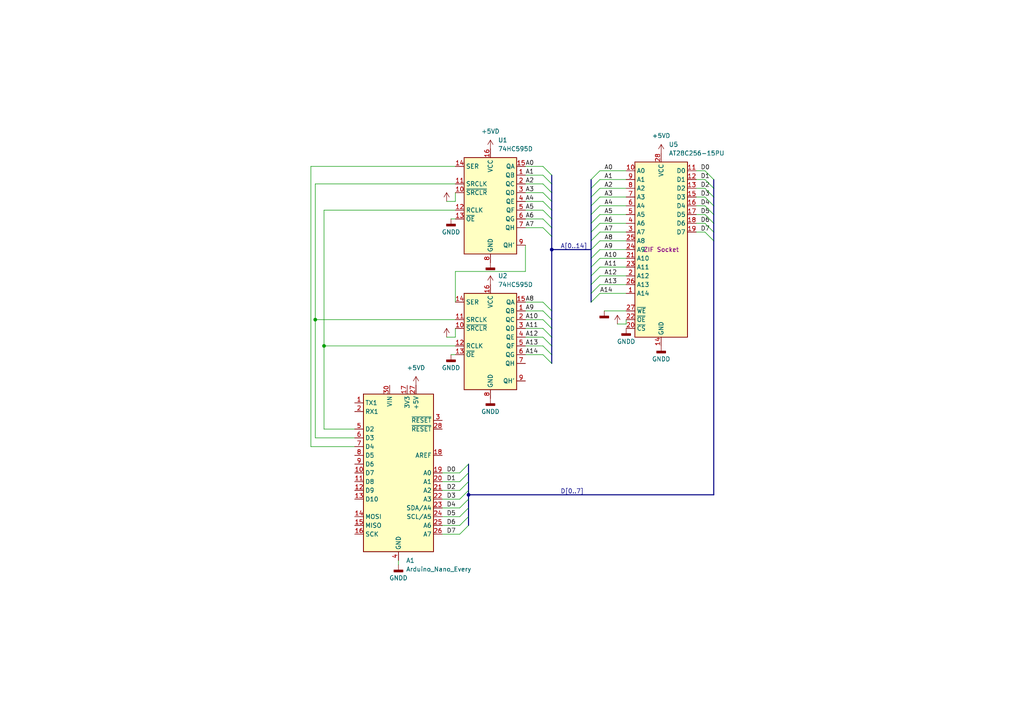
<source format=kicad_sch>
(kicad_sch (version 20230121) (generator eeschema)
  (paper "A4")
  (title_block (title "Erinnerlichkeit") (date "2024-04-22") (rev "0.0.3") (company "Entropia e.V.") (comment 1 "@proliecan@chaos.social") (comment 2 "Made by Proliecan."))
  (lib_symbols
    (symbol "74xx:74HC595"
      (property "Reference" "U" (at -7.62 13.97 0))
      (property "Value" "74HC595" (at -7.62 -16.51 0))
      (symbol "74HC595_1_0"
        (pin tri_state line (at 10.16 7.62 180) (length 2.54) (name "QB") (number "1"))
        (pin input line (at -10.16 2.54 0) (length 2.54) (name "~{SRCLR}") (number "10"))
        (pin input line (at -10.16 5.08 0) (length 2.54) (name "SRCLK") (number "11"))
        (pin input line (at -10.16 -2.54 0) (length 2.54) (name "RCLK") (number "12"))
        (pin input line (at -10.16 -5.08 0) (length 2.54) (name "~{OE}") (number "13"))
        (pin input line (at -10.16 10.16 0) (length 2.54) (name "SER") (number "14"))
        (pin tri_state line (at 10.16 10.16 180) (length 2.54) (name "QA") (number "15"))
        (pin power_in line (at 0 15.24 270) (length 2.54) (name "VCC") (number "16"))
        (pin tri_state line (at 10.16 5.08 180) (length 2.54) (name "QC") (number "2"))
        (pin tri_state line (at 10.16 2.54 180) (length 2.54) (name "QD") (number "3"))
        (pin tri_state line (at 10.16 0 180) (length 2.54) (name "QE") (number "4"))
        (pin tri_state line (at 10.16 -2.54 180) (length 2.54) (name "QF") (number "5"))
        (pin tri_state line (at 10.16 -5.08 180) (length 2.54) (name "QG") (number "6"))
        (pin tri_state line (at 10.16 -7.62 180) (length 2.54) (name "QH") (number "7"))
        (pin power_in line (at 0 -17.78 90) (length 2.54) (name "GND") (number "8"))
        (pin output line (at 10.16 -12.7 180) (length 2.54) (name "QH'") (number "9"))
      )
      (symbol "74HC595_1_1"
        (rectangle (start -7.62 12.7) (end 7.62 -15.24) (stroke (width 0.254)) (fill (type background)))
      )
    )
    (symbol "Device:C" (pin_numbers hide) (pin_names (offset 0.254))
      (property "Reference" "C" (at 0.635 2.54 0))
      (property "Value" "C" (at 0.635 -2.54 0))
      (symbol "C_0_1"
        (polyline (pts (xy -2.032 -0.762) (xy 2.032 -0.762)) (stroke (width 0.508)))
        (polyline (pts (xy -2.032 0.762) (xy 2.032 0.762)) (stroke (width 0.508)))
      )
      (symbol "C_1_1"
        (pin passive line (at 0 3.81 270) (length 2.794) (name "~") (number "1"))
        (pin passive line (at 0 -3.81 90) (length 2.794) (name "~") (number "2"))
      )
    )
    (symbol "MCU_Module:Arduino_Nano_Every"
      (property "Reference" "A" (at -10.16 23.495 0))
      (property "Value" "Arduino_Nano_Every" (at 5.08 -24.13 0))
      (symbol "Arduino_Nano_Every_0_1"
        (rectangle (start -10.16 22.86) (end 10.16 -22.86) (stroke (width 0.254)) (fill (type background)))
      )
      (symbol "Arduino_Nano_Every_1_1"
        (pin bidirectional line (at -12.7 20.32 0) (length 2.54) (name "TX1") (number "1"))
        (pin bidirectional line (at -12.7 0 0) (length 2.54) (name "D7") (number "10"))
        (pin bidirectional line (at -12.7 -2.54 0) (length 2.54) (name "D8") (number "11"))
        (pin bidirectional line (at -12.7 -5.08 0) (length 2.54) (name "D9") (number "12"))
        (pin bidirectional line (at -12.7 -7.62 0) (length 2.54) (name "D10") (number "13"))
        (pin bidirectional line (at -12.7 -12.7 0) (length 2.54) (name "MOSI") (number "14"))
        (pin bidirectional line (at -12.7 -15.24 0) (length 2.54) (name "MISO") (number "15"))
        (pin bidirectional line (at -12.7 -17.78 0) (length 2.54) (name "SCK") (number "16"))
        (pin power_out line (at 2.54 25.4 270) (length 2.54) (name "3V3") (number "17"))
        (pin input line (at 12.7 5.08 180) (length 2.54) (name "AREF") (number "18"))
        (pin bidirectional line (at 12.7 0 180) (length 2.54) (name "A0") (number "19"))
        (pin bidirectional line (at -12.7 17.78 0) (length 2.54) (name "RX1") (number "2"))
        (pin bidirectional line (at 12.7 -2.54 180) (length 2.54) (name "A1") (number "20"))
        (pin bidirectional line (at 12.7 -5.08 180) (length 2.54) (name "A2") (number "21"))
        (pin bidirectional line (at 12.7 -7.62 180) (length 2.54) (name "A3") (number "22"))
        (pin bidirectional line (at 12.7 -10.16 180) (length 2.54) (name "SDA/A4") (number "23"))
        (pin bidirectional line (at 12.7 -12.7 180) (length 2.54) (name "SCL/A5") (number "24"))
        (pin bidirectional line (at 12.7 -15.24 180) (length 2.54) (name "A6") (number "25"))
        (pin bidirectional line (at 12.7 -17.78 180) (length 2.54) (name "A7") (number "26"))
        (pin power_out line (at 5.08 25.4 270) (length 2.54) (name "+5V") (number "27"))
        (pin input line (at 12.7 12.7 180) (length 2.54) (name "~{RESET}") (number "28"))
        (pin passive line (at 0 -25.4 90) (length 2.54) hide (name "GND") (number "29"))
        (pin input line (at 12.7 15.24 180) (length 2.54) (name "~{RESET}") (number "3"))
        (pin power_in line (at -2.54 25.4 270) (length 2.54) (name "VIN") (number "30"))
        (pin power_in line (at 0 -25.4 90) (length 2.54) (name "GND") (number "4"))
        (pin bidirectional line (at -12.7 12.7 0) (length 2.54) (name "D2") (number "5"))
        (pin bidirectional line (at -12.7 10.16 0) (length 2.54) (name "D3") (number "6"))
        (pin bidirectional line (at -12.7 7.62 0) (length 2.54) (name "D4") (number "7"))
        (pin bidirectional line (at -12.7 5.08 0) (length 2.54) (name "D5") (number "8"))
        (pin bidirectional line (at -12.7 2.54 0) (length 2.54) (name "D6") (number "9"))
      )
    )
    (symbol "Memory_EEPROM:28C256"
      (property "Reference" "U" (at -7.62 26.67 0))
      (property "Value" "28C256" (at 2.54 -26.67 0))
      (symbol "28C256_1_1"
        (rectangle (start -7.62 25.4) (end 7.62 -25.4) (stroke (width 0.254)) (fill (type background)))
        (pin input line (at -10.16 -12.7 0) (length 2.54) (name "A14") (number "1"))
        (pin input line (at -10.16 22.86 0) (length 2.54) (name "A0") (number "10"))
        (pin tri_state line (at 10.16 22.86 180) (length 2.54) (name "D0") (number "11"))
        (pin tri_state line (at 10.16 20.32 180) (length 2.54) (name "D1") (number "12"))
        (pin tri_state line (at 10.16 17.78 180) (length 2.54) (name "D2") (number "13"))
        (pin power_in line (at 0 -27.94 90) (length 2.54) (name "GND") (number "14"))
        (pin tri_state line (at 10.16 15.24 180) (length 2.54) (name "D3") (number "15"))
        (pin tri_state line (at 10.16 12.7 180) (length 2.54) (name "D4") (number "16"))
        (pin tri_state line (at 10.16 10.16 180) (length 2.54) (name "D5") (number "17"))
        (pin tri_state line (at 10.16 7.62 180) (length 2.54) (name "D6") (number "18"))
        (pin tri_state line (at 10.16 5.08 180) (length 2.54) (name "D7") (number "19"))
        (pin input line (at -10.16 -7.62 0) (length 2.54) (name "A12") (number "2"))
        (pin input line (at -10.16 -22.86 0) (length 2.54) (name "~{CS}") (number "20"))
        (pin input line (at -10.16 -2.54 0) (length 2.54) (name "A10") (number "21"))
        (pin input line (at -10.16 -20.32 0) (length 2.54) (name "~{OE}") (number "22"))
        (pin input line (at -10.16 -5.08 0) (length 2.54) (name "A11") (number "23"))
        (pin input line (at -10.16 0 0) (length 2.54) (name "A9") (number "24"))
        (pin input line (at -10.16 2.54 0) (length 2.54) (name "A8") (number "25"))
        (pin input line (at -10.16 -10.16 0) (length 2.54) (name "A13") (number "26"))
        (pin input line (at -10.16 -17.78 0) (length 2.54) (name "~{WE}") (number "27"))
        (pin power_in line (at 0 27.94 270) (length 2.54) (name "VCC") (number "28"))
        (pin input line (at -10.16 5.08 0) (length 2.54) (name "A7") (number "3"))
        (pin input line (at -10.16 7.62 0) (length 2.54) (name "A6") (number "4"))
        (pin input line (at -10.16 10.16 0) (length 2.54) (name "A5") (number "5"))
        (pin input line (at -10.16 12.7 0) (length 2.54) (name "A4") (number "6"))
        (pin input line (at -10.16 15.24 0) (length 2.54) (name "A3") (number "7"))
        (pin input line (at -10.16 17.78 0) (length 2.54) (name "A2") (number "8"))
        (pin input line (at -10.16 20.32 0) (length 2.54) (name "A1") (number "9"))
      )
    )
    (symbol "power:+5VD" (power) (pin_names (offset 0))
      (property "Value" "+5VD" (at 0 3.556 0))
      (symbol "+5VD_0_1"
        (polyline (pts (xy -0.762 1.27) (xy 0 2.54)))
        (polyline (pts (xy 0 0) (xy 0 2.54)))
        (polyline (pts (xy 0 2.54) (xy 0.762 1.27)))
      )
      (symbol "+5VD_1_1"
        (pin power_in line (at 0 0 90) (length 0) hide (name "+5VD") (number "1"))
      )
    )
    (symbol "power:GNDD" (power) (pin_names (offset 0))
      (property "Value" "GNDD" (at 0 -3.175 0))
      (symbol "GNDD_0_1"
        (rectangle (start -1.27 -1.524) (end 1.27 -2.032) (stroke (width 0.254)) (fill (type outline)))
        (polyline (pts (xy 0 0) (xy 0 -1.524)))
      )
      (symbol "GNDD_1_1"
        (pin power_in line (at 0 0 270) (length 0) hide (name "GNDD") (number "1"))
      )
    )
  )
  (junction (at 93.98 100.33))
  (junction (at 160.02 72.39))
  (junction (at 91.44 92.71))
  (junction (at 135.89 143.51))
  (bus_entry (at 207.01 54.61) (size -2.54 -2.54))
  (bus_entry (at 135.89 137.16) (size -2.54 2.54))
  (bus_entry (at 171.45 87.63) (size 2.54 -2.54))
  (bus_entry (at 171.45 59.69) (size 2.54 -2.54))
  (bus_entry (at 171.45 67.31) (size 2.54 -2.54))
  (bus_entry (at 171.45 77.47) (size 2.54 -2.54))
  (bus_entry (at 160.02 92.71) (size -2.54 -2.54))
  (bus_entry (at 135.89 152.4) (size -2.54 2.54))
  (bus_entry (at 135.89 147.32) (size -2.54 2.54))
  (bus_entry (at 160.02 102.87) (size -2.54 -2.54))
  (bus_entry (at 171.45 57.15) (size 2.54 -2.54))
  (bus_entry (at 207.01 59.69) (size -2.54 -2.54))
  (bus_entry (at 160.02 58.42) (size -2.54 -2.54))
  (bus_entry (at 135.89 139.7) (size -2.54 2.54))
  (bus_entry (at 207.01 64.77) (size -2.54 -2.54))
  (bus_entry (at 171.45 74.93) (size 2.54 -2.54))
  (bus_entry (at 207.01 57.15) (size -2.54 -2.54))
  (bus_entry (at 160.02 97.79) (size -2.54 -2.54))
  (bus_entry (at 135.89 144.78) (size -2.54 2.54))
  (bus_entry (at 171.45 54.61) (size 2.54 -2.54))
  (bus_entry (at 171.45 80.01) (size 2.54 -2.54))
  (bus_entry (at 171.45 82.55) (size 2.54 -2.54))
  (bus_entry (at 160.02 95.25) (size -2.54 -2.54))
  (bus_entry (at 160.02 68.58) (size -2.54 -2.54))
  (bus_entry (at 207.01 67.31) (size -2.54 -2.54))
  (bus_entry (at 160.02 55.88) (size -2.54 -2.54))
  (bus_entry (at 160.02 90.17) (size -2.54 -2.54))
  (bus_entry (at 135.89 134.62) (size -2.54 2.54))
  (bus_entry (at 135.89 149.86) (size -2.54 2.54))
  (bus_entry (at 207.01 69.85) (size -2.54 -2.54))
  (bus_entry (at 207.01 52.07) (size -2.54 -2.54))
  (bus_entry (at 171.45 69.85) (size 2.54 -2.54))
  (bus_entry (at 160.02 63.5) (size -2.54 -2.54))
  (bus_entry (at 171.45 85.09) (size 2.54 -2.54))
  (bus_entry (at 160.02 66.04) (size -2.54 -2.54))
  (bus_entry (at 171.45 62.23) (size 2.54 -2.54))
  (bus_entry (at 160.02 53.34) (size -2.54 -2.54))
  (bus_entry (at 160.02 105.41) (size -2.54 -2.54))
  (bus_entry (at 171.45 72.39) (size 2.54 -2.54))
  (bus_entry (at 171.45 52.07) (size 2.54 -2.54))
  (bus_entry (at 160.02 50.8) (size -2.54 -2.54))
  (bus_entry (at 160.02 100.33) (size -2.54 -2.54))
  (bus_entry (at 160.02 60.96) (size -2.54 -2.54))
  (bus_entry (at 135.89 142.24) (size -2.54 2.54))
  (bus_entry (at 171.45 64.77) (size 2.54 -2.54))
  (bus_entry (at 207.01 62.23) (size -2.54 -2.54))
  (wire (pts (xy 173.99 72.39) (xy 181.61 72.39)))
  (wire (pts (xy 201.93 52.07) (xy 204.47 52.07)))
  (wire (pts (xy 173.99 77.47) (xy 181.61 77.47)))
  (bus (pts (xy 171.45 74.93) (xy 171.45 77.47)))
  (bus (pts (xy 171.45 67.31) (xy 171.45 69.85)))
  (wire (pts (xy 90.17 129.54) (xy 102.87 129.54)))
  (bus (pts (xy 207.01 62.23) (xy 207.01 64.77)))
  (wire (pts (xy 129.54 97.79) (xy 132.08 97.79)))
  (bus (pts (xy 160.02 72.39) (xy 160.02 90.17)))
  (wire (pts (xy 91.44 92.71) (xy 91.44 127)))
  (wire (pts (xy 152.4 100.33) (xy 157.48 100.33)))
  (wire (pts (xy 173.99 74.93) (xy 181.61 74.93)))
  (wire (pts (xy 93.98 100.33) (xy 132.08 100.33)))
  (wire (pts (xy 152.4 48.26) (xy 157.48 48.26)))
  (wire (pts (xy 128.27 147.32) (xy 133.35 147.32)))
  (bus (pts (xy 135.89 147.32) (xy 135.89 149.86)))
  (bus (pts (xy 207.01 69.85) (xy 207.01 143.51)))
  (bus (pts (xy 207.01 54.61) (xy 207.01 57.15)))
  (bus (pts (xy 160.02 100.33) (xy 160.02 97.79)))
  (bus (pts (xy 171.45 52.07) (xy 171.45 54.61)))
  (wire (pts (xy 152.4 97.79) (xy 157.48 97.79)))
  (wire (pts (xy 173.99 80.01) (xy 181.61 80.01)))
  (wire (pts (xy 90.17 48.26) (xy 90.17 129.54)))
  (wire (pts (xy 130.81 63.5) (xy 132.08 63.5)))
  (bus (pts (xy 160.02 58.42) (xy 160.02 60.96)))
  (wire (pts (xy 173.99 54.61) (xy 181.61 54.61)))
  (wire (pts (xy 152.4 87.63) (xy 157.48 87.63)))
  (bus (pts (xy 160.02 102.87) (xy 160.02 105.41)))
  (bus (pts (xy 207.01 64.77) (xy 207.01 67.31)))
  (wire (pts (xy 173.99 67.31) (xy 181.61 67.31)))
  (bus (pts (xy 135.89 143.51) (xy 135.89 144.78)))
  (wire (pts (xy 130.81 102.87) (xy 132.08 102.87)))
  (wire (pts (xy 201.93 57.15) (xy 204.47 57.15)))
  (wire (pts (xy 173.99 49.53) (xy 181.61 49.53)))
  (wire (pts (xy 152.4 92.71) (xy 157.48 92.71)))
  (wire (pts (xy 115.57 163.83) (xy 115.57 162.56)))
  (wire (pts (xy 152.4 60.96) (xy 157.48 60.96)))
  (wire (pts (xy 175.26 90.17) (xy 181.61 90.17)))
  (bus (pts (xy 171.45 59.69) (xy 171.45 62.23)))
  (bus (pts (xy 160.02 97.79) (xy 160.02 95.25)))
  (bus (pts (xy 171.45 82.55) (xy 171.45 85.09)))
  (bus (pts (xy 135.89 149.86) (xy 135.89 152.4)))
  (wire (pts (xy 93.98 100.33) (xy 93.98 124.46)))
  (bus (pts (xy 171.45 54.61) (xy 171.45 57.15)))
  (bus (pts (xy 207.01 67.31) (xy 207.01 69.85)))
  (wire (pts (xy 152.4 58.42) (xy 157.48 58.42)))
  (bus (pts (xy 135.89 139.7) (xy 135.89 142.24)))
  (wire (pts (xy 152.4 95.25) (xy 157.48 95.25)))
  (wire (pts (xy 93.98 60.96) (xy 93.98 100.33)))
  (bus (pts (xy 207.01 59.69) (xy 207.01 62.23)))
  (wire (pts (xy 181.61 85.09) (xy 173.99 85.09)))
  (wire (pts (xy 152.4 90.17) (xy 157.48 90.17)))
  (wire (pts (xy 91.44 127) (xy 102.87 127)))
  (wire (pts (xy 132.08 78.74) (xy 152.4 78.74)))
  (bus (pts (xy 160.02 60.96) (xy 160.02 63.5)))
  (bus (pts (xy 171.45 77.47) (xy 171.45 80.01)))
  (wire (pts (xy 128.27 137.16) (xy 133.35 137.16)))
  (bus (pts (xy 171.45 85.09) (xy 171.45 87.63)))
  (wire (pts (xy 201.93 54.61) (xy 204.47 54.61)))
  (wire (pts (xy 201.93 49.53) (xy 204.47 49.53)))
  (wire (pts (xy 173.99 64.77) (xy 181.61 64.77)))
  (bus (pts (xy 171.45 72.39) (xy 171.45 74.93)))
  (wire (pts (xy 128.27 142.24) (xy 133.35 142.24)))
  (wire (pts (xy 132.08 87.63) (xy 132.08 78.74)))
  (wire (pts (xy 152.4 71.12) (xy 152.4 78.74)))
  (bus (pts (xy 160.02 50.8) (xy 160.02 53.34)))
  (wire (pts (xy 128.27 149.86) (xy 133.35 149.86)))
  (wire (pts (xy 128.27 152.4) (xy 133.35 152.4)))
  (bus (pts (xy 160.02 72.39) (xy 171.45 72.39)))
  (wire (pts (xy 152.4 53.34) (xy 157.48 53.34)))
  (wire (pts (xy 201.93 62.23) (xy 204.47 62.23)))
  (bus (pts (xy 171.45 69.85) (xy 171.45 72.39)))
  (bus (pts (xy 135.89 144.78) (xy 135.89 147.32)))
  (bus (pts (xy 160.02 63.5) (xy 160.02 66.04)))
  (wire (pts (xy 173.99 82.55) (xy 181.61 82.55)))
  (wire (pts (xy 132.08 58.42) (xy 132.08 55.88)))
  (bus (pts (xy 171.45 80.01) (xy 171.45 82.55)))
  (wire (pts (xy 93.98 124.46) (xy 102.87 124.46)))
  (wire (pts (xy 173.99 52.07) (xy 181.61 52.07)))
  (wire (pts (xy 132.08 53.34) (xy 91.44 53.34)))
  (wire (pts (xy 201.93 67.31) (xy 204.47 67.31)))
  (bus (pts (xy 160.02 55.88) (xy 160.02 58.42)))
  (wire (pts (xy 132.08 60.96) (xy 93.98 60.96)))
  (wire (pts (xy 173.99 59.69) (xy 181.61 59.69)))
  (wire (pts (xy 90.17 48.26) (xy 132.08 48.26)))
  (wire (pts (xy 128.27 139.7) (xy 133.35 139.7)))
  (wire (pts (xy 179.07 93.98) (xy 181.61 93.98)))
  (wire (pts (xy 173.99 62.23) (xy 181.61 62.23)))
  (wire (pts (xy 132.08 97.79) (xy 132.08 95.25)))
  (wire (pts (xy 91.44 53.34) (xy 91.44 92.71)))
  (wire (pts (xy 152.4 102.87) (xy 157.48 102.87)))
  (wire (pts (xy 173.99 69.85) (xy 181.61 69.85)))
  (bus (pts (xy 160.02 66.04) (xy 160.02 68.58)))
  (bus (pts (xy 160.02 100.33) (xy 160.02 102.87)))
  (wire (pts (xy 128.27 154.94) (xy 133.35 154.94)))
  (wire (pts (xy 201.93 59.69) (xy 204.47 59.69)))
  (wire (pts (xy 201.93 64.77) (xy 204.47 64.77)))
  (bus (pts (xy 171.45 57.15) (xy 171.45 59.69)))
  (wire (pts (xy 129.54 58.42) (xy 132.08 58.42)))
  (wire (pts (xy 173.99 57.15) (xy 181.61 57.15)))
  (bus (pts (xy 135.89 134.62) (xy 135.89 137.16)))
  (bus (pts (xy 207.01 57.15) (xy 207.01 59.69)))
  (wire (pts (xy 152.4 50.8) (xy 157.48 50.8)))
  (bus (pts (xy 135.89 142.24) (xy 135.89 143.51)))
  (bus (pts (xy 171.45 62.23) (xy 171.45 64.77)))
  (bus (pts (xy 135.89 143.51) (xy 207.01 143.51)))
  (bus (pts (xy 135.89 137.16) (xy 135.89 139.7)))
  (wire (pts (xy 152.4 66.04) (xy 157.48 66.04)))
  (wire (pts (xy 152.4 63.5) (xy 157.48 63.5)))
  (bus (pts (xy 160.02 95.25) (xy 160.02 92.71)))
  (wire (pts (xy 181.61 93.98) (xy 181.61 92.71)))
  (bus (pts (xy 207.01 52.07) (xy 207.01 54.61)))
  (bus (pts (xy 160.02 53.34) (xy 160.02 55.88)))
  (wire (pts (xy 128.27 144.78) (xy 133.35 144.78)))
  (wire (pts (xy 91.44 92.71) (xy 132.08 92.71)))
  (bus (pts (xy 171.45 64.77) (xy 171.45 67.31)))
  (bus (pts (xy 160.02 68.58) (xy 160.02 72.39)))
  (bus (pts (xy 160.02 92.71) (xy 160.02 90.17)))
  (wire (pts (xy 152.4 55.88) (xy 157.48 55.88)))
  (label "D6" (at 129.54 152.4 0))
  (label "A10" (at 175.26 74.93 0))
  (label "A0" (at 152.4 48.26 0))
  (label "A5" (at 175.26 62.23 0))
  (label "D0" (at 129.54 137.16 0))
  (label "A2" (at 175.26 54.61 0))
  (label "D3" (at 203.2 57.15 0))
  (label "A3" (at 175.26 57.15 0))
  (label "A13" (at 175.26 82.55 0))
  (label "D1" (at 203.2 52.07 0))
  (label "A14" (at 173.99 85.09 0))
  (label "A9" (at 175.26 72.39 0))
  (label "A12" (at 152.4 97.79 0))
  (label "A10" (at 152.4 92.71 0))
  (label "A8" (at 175.26 69.85 0))
  (label "A1" (at 175.26 52.07 0))
  (label "D6" (at 203.2 64.77 0))
  (label "A11" (at 175.26 77.47 0))
  (label "D5" (at 129.54 149.86 0))
  (label "A8" (at 152.4 87.63 0))
  (label "A1" (at 152.4 50.8 0))
  (label "D2" (at 129.54 142.24 0))
  (label "A[0..14]" (at 162.56 72.39 0))
  (label "A6" (at 152.4 63.5 0))
  (label "D2" (at 203.2 54.61 0))
  (label "A4" (at 152.4 58.42 0))
  (label "D3" (at 129.54 144.78 0))
  (label "D4" (at 203.2 59.69 0))
  (label "A6" (at 175.26 64.77 0))
  (label "D7" (at 129.54 154.94 0))
  (label "A11" (at 152.4 95.25 0))
  (label "A14" (at 152.4 102.87 0))
  (label "A12" (at 175.26 80.01 0))
  (label "D1" (at 129.54 139.7 0))
  (label "A3" (at 152.4 55.88 0))
  (label "D5" (at 203.2 62.23 0))
  (label "A2" (at 152.4 53.34 0))
  (label "A13" (at 152.4 100.33 0))
  (label "D4" (at 129.54 147.32 0))
  (label "D0" (at 203.2 49.53 0))
  (label "D7" (at 203.2 67.31 0))
  (label "A9" (at 152.4 90.17 0))
  (label "A7" (at 175.26 67.31 0))
  (label "A7" (at 152.4 66.04 0))
  (label "A5" (at 152.4 60.96 0))
  (label "A4" (at 175.26 59.69 0))
  (label "A0" (at 175.26 49.53 0))
  (label "D[0..7]" (at 162.56 143.51 0))
  (symbol (lib_id "power:GNDD") (at 191.77 100.33 0) (unit 1)
    (property "Reference" "#PWR09" (effects hide))
    (property "Value" "GNDD" (at 191.77 104.14 0))
  )
  (symbol (lib_id "power:GNDD") (at 115.57 163.83 0) (unit 1)
    (property "Reference" "#PWR03" (effects hide))
    (property "Value" "GNDD" (at 115.57 167.64 0))
  )
  (symbol (lib_id "power:GNDD") (at 142.24 115.57 0) (unit 1)
    (property "Reference" "#PWR06" (effects hide))
    (property "Value" "GNDD" (at 142.24 119.38 0))
  )
  (symbol (lib_id "MCU_Module:Arduino_Nano_Every") (at 115.57 137.16 0) (unit 1)
    (property "Reference" "A1" (at 117.7641 162.56 0) (effects (justify left)))
    (property "Value" "Arduino_Nano_Every" (at 117.7641 165.1 0) (effects (justify left)))
    (property "Footprint" "Module:Arduino_Nano" (effects hide))
    (property "Datasheet" "https://content.arduino.cc/assets/NANOEveryV3.0_sch.pdf" (effects hide))
  )
  (symbol (lib_id "Device:C") (at -30.48 106.68 0) (unit 1)
    (property "Reference" "C1" (at -26.67 105.41 0) (effects (justify left)))
    (property "Value" "100nC" (at -26.67 107.95 0) (effects (justify left)))
    (property "Footprint" "Capacitor_SMD:C_0805_2012Metric_Pad1.18x1.45mm_HandSolder" (effects hide))
  )
  (symbol (lib_id "74xx:74HC595") (at 142.24 58.42 0) (unit 1)
    (property "Reference" "U1" (at 144.4341 40.64 0) (effects (justify left)))
    (property "Value" "74HC595D" (at 144.4341 43.18 0) (effects (justify left)))
    (property "Footprint" "Package_SO:SOIC-16_3.9x9.9mm_P1.27mm" (effects hide))
    (property "Datasheet" "http://www.ti.com/lit/ds/symlink/sn74hc595.pdf" (effects hide))
  )
  (symbol (lib_id "power:+5VD") (at 120.65 111.76 0) (unit 1)
    (property "Reference" "#PWR04" (effects hide))
    (property "Value" "+5VD" (at 120.65 106.68 0))
  )
  (symbol (lib_id "power:+5VD") (at 142.24 43.18 0) (unit 1)
    (property "Reference" "#PWR014" (effects hide))
    (property "Value" "+5VD" (at 142.24 38.1 0))
  )
  (symbol (lib_id "power:+5VD") (at 191.77 44.45 0) (unit 1)
    (property "Reference" "#PWR013" (effects hide))
    (property "Value" "+5VD" (at 191.77 39.37 0))
  )
  (symbol (lib_id "74xx:74HC595") (at 142.24 97.79 0) (unit 1)
    (property "Reference" "U2" (at 144.4341 80.01 0) (effects (justify left)))
    (property "Value" "74HC595D" (at 144.4341 82.55 0) (effects (justify left)))
    (property "Footprint" "Package_SO:SOIC-16_3.9x9.9mm_P1.27mm" (effects hide))
    (property "Datasheet" "http://www.ti.com/lit/ds/symlink/sn74hc595.pdf" (effects hide))
  )
  (symbol (lib_id "Memory_EEPROM:28C256") (at 191.77 72.39 0) (unit 1)
    (property "Reference" "U5" (at 193.9641 41.91 0) (effects (justify left)))
    (property "Value" "AT28C256-15PU" (at 193.9641 44.45 0) (effects (justify left)))
    (property "Footprint" "Socket:DIP_Socket-28_W11.9_W12.7_W15.24_W17.78_W18.5_3M_228-1277-00-0602J" (effects hide))
    (property "Datasheet" "http://ww1.microchip.com/downloads/en/DeviceDoc/doc0006.pdf" (effects hide))
    (property "Socket" "ZIF Socket" (at 191.77 72.39 0))
  )
  (symbol (lib_id "power:GNDD") (at 142.24 76.2 0) (unit 1)
    (property "Reference" "#PWR07" (effects hide))
    (property "Value" "GNDD" (effects hide))
  )
  (symbol (lib_id "power:GNDD") (at 175.26 90.17 0) (unit 1)
    (property "Reference" "#PWR011" (effects hide))
    (property "Value" "GNDD" (effects hide))
  )
  (symbol (lib_id "power:GNDD") (at 130.81 63.5 0) (unit 1)
    (property "Reference" "#PWR08" (effects hide))
    (property "Value" "GNDD" (at 130.81 67.31 0))
  )
  (symbol (lib_id "power:+5VD") (at 142.24 82.55 0) (unit 1)
    (property "Reference" "#PWR016" (effects hide))
    (property "Value" "+5VD" (effects hide))
  )
  (symbol (lib_id "power:+5VD") (at 129.54 97.79 0) (unit 1)
    (property "Reference" "#PWR01" (effects hide))
    (property "Value" "+5VD" (effects hide))
  )
  (symbol (lib_id "power:GNDD") (at 130.81 102.87 0) (unit 1)
    (property "Reference" "#PWR05" (effects hide))
    (property "Value" "GNDD" (at 130.81 106.68 0))
  )
  (symbol (lib_id "power:GNDD") (at 181.61 95.25 0) (unit 1)
    (property "Reference" "#PWR010" (effects hide))
    (property "Value" "GNDD" (at 181.61 99.06 0))
  )
  (symbol (lib_id "power:+5VD") (at 179.07 93.98 0) (unit 1)
    (property "Reference" "#PWR012" (effects hide))
    (property "Value" "+5VD" (effects hide))
  )
  (symbol (lib_id "power:+5VD") (at 129.54 58.42 0) (unit 1)
    (property "Reference" "#PWR015" (effects hide))
    (property "Value" "+5VD" (effects hide))
  )
)
</source>
